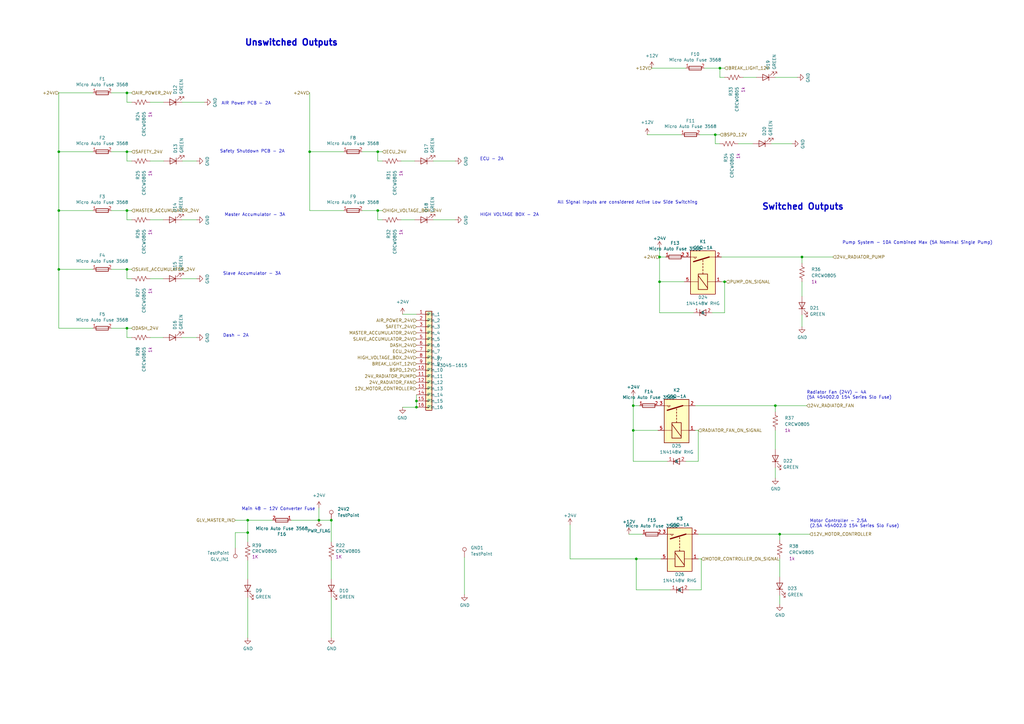
<source format=kicad_sch>
(kicad_sch (version 20231120) (generator "eeschema") (generator_version "8.0")
  (paper "A3")
  (lib_symbols
    (symbol "Connector:TestPoint" (pin_numbers hide) (pin_names (offset 0.762) hide)
      (property "Reference" "TP" (at 0 6.858 0))
      (property "Value" "TestPoint" (at 0 5.08 0))
      (symbol "TestPoint_1_1"
        (pin passive line (at 0 0 90) (length 2.54) (name "1") (number "1"))
      )
    )
    (symbol "GLV-rescue:CRCW0402-UniSA_Motorsport_Resistor" (pin_numbers hide) (pin_names (offset 0))
      (property "Reference" "R" (at 2.54 0 90))
      (property "Value" "CRCW0402-UniSA_Motorsport_Resistor" (at -2.54 0 90))
      (property "Resistance" "Give a E24 value" (at 5.08 0 90))
      (symbol "CRCW0402-UniSA_Motorsport_Resistor_1_1"
        (pin passive line (at 0 3.81 270) (length 1.27) (name "~") (number "1"))
        (pin passive line (at 0 -3.81 90) (length 1.27) (name "~") (number "2"))
      )
    )
    (symbol "Relay:G5Q-1A"
      (property "Reference" "K" (at 8.89 3.81 0))
      (property "Value" "G5Q-1A" (at 8.89 1.27 0))
      (symbol "G5Q-1A_1_1"
        (pin passive line (at -5.08 -7.62 90) (length 2.54) (name "~") (number "1"))
        (pin passive line (at 5.08 -7.62 90) (length 2.54) (name "~") (number "2"))
        (pin passive line (at 5.08 7.62 270) (length 2.54) (name "~") (number "3"))
        (pin passive line (at -5.08 7.62 270) (length 2.54) (name "~") (number "5"))
      )
    )
    (symbol "UniSA_Motorsport_Connector:43045-1615"
      (property "Reference" "J" (at 0 2.54 0))
      (property "Value" "43045-1615" (at 0 2.54 0))
      (symbol "43045-1615_1_1"
        (pin passive line (at -5.08 17.78 0) (length 3.81) (name "Pin_1") (number "1"))
        (pin passive line (at -5.08 -5.08 0) (length 3.81) (name "Pin_10") (number "10"))
        (pin passive line (at -5.08 -7.62 0) (length 3.81) (name "Pin_11") (number "11"))
        (pin passive line (at -5.08 -10.16 0) (length 3.81) (name "Pin_12") (number "12"))
        (pin passive line (at -5.08 -12.7 0) (length 3.81) (name "Pin_13") (number "13"))
        (pin passive line (at -5.08 -15.24 0) (length 3.81) (name "Pin_14") (number "14"))
        (pin passive line (at -5.08 -17.78 0) (length 3.81) (name "Pin_15") (number "15"))
        (pin passive line (at -5.08 -20.32 0) (length 3.81) (name "Pin_16") (number "16"))
        (pin passive line (at -5.08 15.24 0) (length 3.81) (name "Pin_2") (number "2"))
        (pin passive line (at -5.08 12.7 0) (length 3.81) (name "Pin_3") (number "3"))
        (pin passive line (at -5.08 10.16 0) (length 3.81) (name "Pin_4") (number "4"))
        (pin passive line (at -5.08 7.62 0) (length 3.81) (name "Pin_5") (number "5"))
        (pin passive line (at -5.08 5.08 0) (length 3.81) (name "Pin_6") (number "6"))
        (pin passive line (at -5.08 2.54 0) (length 3.81) (name "Pin_7") (number "7"))
        (pin passive line (at -5.08 0 0) (length 3.81) (name "Pin_8") (number "8"))
        (pin passive line (at -5.08 -2.54 0) (length 3.81) (name "Pin_9") (number "9"))
      )
    )
    (symbol "UniSA_Motorsport_Diode:1N4148W_RHG"
      (property "Reference" "D" (at 0 1.778 0))
      (property "Value" "1N4148W RHG" (at 0 -2.032 0))
      (symbol "1N4148W_RHG_1_1"
        (pin passive line (at -3.81 0 0) (length 2.54) (name "K") (number "1"))
        (pin passive line (at 3.81 0 180) (length 2.54) (name "A") (number "2"))
      )
    )
    (symbol "UniSA_Motorsport_Diode:LED_0805" (pin_numbers hide) (pin_names (offset 1.016) hide)
      (property "Reference" "D" (at 0 2.54 0))
      (property "Value" "LED_0805" (at 0 -3.81 0))
      (symbol "LED_0805_1_1"
        (pin passive line (at -3.81 0 0) (length 2.54) (name "K") (number "1"))
        (pin passive line (at 3.81 0 180) (length 2.54) (name "A") (number "2"))
      )
    )
    (symbol "UniSA_Motorsport_Others:015406.3DR" (pin_names (offset 1.016))
      (property "Reference" "F" (at 0 5.08 0))
      (property "Value" "015406.3DR" (at 0 2.54 0))
      (symbol "015406.3DR_1_1"
        (pin passive line (at -3.81 0 0) (length 1.27) (name "~") (number "1"))
        (pin passive line (at 3.81 0 180) (length 1.27) (name "~") (number "2"))
      )
    )
    (symbol "UniSA_Motorsport_Resistor:CRCW0402" (pin_numbers hide) (pin_names (offset 0))
      (property "Reference" "R" (at 2.54 0 90))
      (property "Value" "CRCW0402" (at -2.54 0 90))
      (property "Resistance" "Give a E24 value" (at 5.08 0 90))
      (symbol "CRCW0402_1_1"
        (pin passive line (at 0 3.81 270) (length 1.27) (name "~") (number "1"))
        (pin passive line (at 0 -3.81 90) (length 1.27) (name "~") (number "2"))
      )
    )
    (symbol "power:+12V" (power) (pin_names (offset 0))
      (property "Value" "+12V" (at 0 3.556 0))
      (symbol "+12V_1_1"
        (pin power_in line (at 0 0 90) (length 0) hide (name "+12V") (number "1"))
      )
    )
    (symbol "power:+24V" (power) (pin_names (offset 0))
      (property "Value" "+24V" (at 0 3.556 0))
      (symbol "+24V_1_1"
        (pin power_in line (at 0 0 90) (length 0) hide (name "+24V") (number "1"))
      )
    )
    (symbol "power:GND" (power) (pin_names (offset 0))
      (property "Value" "GND" (at 0 -3.81 0))
      (symbol "GND_1_1"
        (pin power_in line (at 0 0 270) (length 0) hide (name "GND") (number "1"))
      )
    )
    (symbol "power:PWR_FLAG" (power) (pin_numbers hide) (pin_names (offset 0) hide)
      (property "Value" "PWR_FLAG" (at 0 3.81 0))
      (symbol "PWR_FLAG_0_0"
        (pin power_out line (at 0 0 90) (length 0) (name "pwr") (number "1"))
      )
    )
  )
  (junction (at 328.93 105.41))
  (junction (at 295.275 27.94))
  (junction (at 259.715 176.53))
  (junction (at 24.13 110.49))
  (junction (at 260.985 229.235))
  (junction (at 52.07 134.62))
  (junction (at 319.786 219.075))
  (junction (at 101.6 218.44))
  (junction (at 130.81 213.36))
  (junction (at 52.07 110.49))
  (junction (at 52.07 62.23))
  (junction (at 297.18 115.57))
  (junction (at 52.07 38.1))
  (junction (at 135.89 213.36))
  (junction (at 24.13 86.36))
  (junction (at 24.13 62.23))
  (junction (at 259.715 166.37))
  (junction (at 170.815 167.005))
  (junction (at 270.51 105.41))
  (junction (at 127 62.23))
  (junction (at 101.6 213.36))
  (junction (at 270.51 115.57))
  (junction (at 154.94 86.36))
  (junction (at 154.94 62.23))
  (junction (at 293.37 55.245))
  (junction (at 52.07 86.36))
  (junction (at 170.815 164.465))
  (junction (at 318.008 166.37))
  (wire (pts (xy 259.715 162.56) (xy 259.715 166.37)))
  (wire (pts (xy 61.595 66.04) (xy 67.183 66.04)))
  (wire (pts (xy 24.13 38.1) (xy 38.1 38.1)))
  (wire (pts (xy 52.07 41.91) (xy 52.07 38.1)))
  (wire (pts (xy 52.07 62.23) (xy 53.975 62.23)))
  (wire (pts (xy 260.985 229.235) (xy 271.145 229.235)))
  (wire (pts (xy 52.07 90.17) (xy 52.07 86.36)))
  (wire (pts (xy 96.52 224.79) (xy 96.52 218.44)))
  (wire (pts (xy 45.72 38.1) (xy 52.07 38.1)))
  (wire (pts (xy 288.925 27.94) (xy 295.275 27.94)))
  (wire (pts (xy 170.815 164.465) (xy 170.815 167.005)))
  (wire (pts (xy 127 38.1) (xy 127 62.23)))
  (wire (pts (xy 148.59 86.36) (xy 154.94 86.36)))
  (wire (pts (xy 119.38 213.36) (xy 130.81 213.36)))
  (wire (pts (xy 154.94 62.23) (xy 156.845 62.23)))
  (wire (pts (xy 52.07 90.17) (xy 53.975 90.17)))
  (wire (pts (xy 282.575 241.935) (xy 287.655 241.935)))
  (wire (pts (xy 52.07 86.36) (xy 53.975 86.36)))
  (wire (pts (xy 318.008 176.53) (xy 318.008 184.277)))
  (wire (pts (xy 45.72 110.49) (xy 52.07 110.49)))
  (wire (pts (xy 154.94 66.04) (xy 154.94 62.23)))
  (wire (pts (xy 190.5 228.6) (xy 190.5 243.84)))
  (wire (pts (xy 295.148 58.928) (xy 293.37 58.928)))
  (wire (pts (xy 295.275 27.94) (xy 297.18 27.94)))
  (wire (pts (xy 286.385 189.23) (xy 286.385 176.53)))
  (wire (pts (xy 127 62.23) (xy 127 86.36)))
  (wire (pts (xy 61.595 114.3) (xy 66.929 114.3)))
  (wire (pts (xy 52.07 114.3) (xy 52.07 110.49)))
  (wire (pts (xy 259.715 166.37) (xy 262.255 166.37)))
  (wire (pts (xy 24.13 110.49) (xy 24.13 134.62)))
  (wire (pts (xy 96.52 218.44) (xy 101.6 218.44)))
  (wire (pts (xy 52.07 138.43) (xy 53.975 138.43)))
  (wire (pts (xy 297.815 115.57) (xy 297.18 115.57)))
  (wire (pts (xy 130.81 213.36) (xy 135.89 213.36)))
  (wire (pts (xy 292.1 128.27) (xy 297.18 128.27)))
  (wire (pts (xy 74.676 41.91) (xy 83.82 41.91)))
  (wire (pts (xy 74.549 138.43) (xy 80.645 138.43)))
  (wire (pts (xy 52.07 41.91) (xy 53.975 41.91)))
  (wire (pts (xy 156.845 66.04) (xy 154.94 66.04)))
  (wire (pts (xy 281.305 189.23) (xy 286.385 189.23)))
  (wire (pts (xy 319.786 219.075) (xy 332.105 219.075)))
  (wire (pts (xy 52.07 38.1) (xy 53.975 38.1)))
  (wire (pts (xy 135.89 245.11) (xy 135.89 261.62)))
  (wire (pts (xy 24.13 86.36) (xy 38.1 86.36)))
  (wire (pts (xy 52.07 114.3) (xy 53.975 114.3)))
  (wire (pts (xy 165.1 128.905) (xy 170.815 128.905)))
  (wire (pts (xy 61.595 90.17) (xy 66.929 90.17)))
  (wire (pts (xy 318.008 191.897) (xy 318.008 196.088)))
  (wire (pts (xy 101.6 213.36) (xy 101.6 218.44)))
  (wire (pts (xy 259.715 166.37) (xy 259.715 176.53)))
  (wire (pts (xy 24.13 62.23) (xy 38.1 62.23)))
  (wire (pts (xy 328.93 115.57) (xy 328.93 121.539)))
  (wire (pts (xy 293.37 55.245) (xy 295.275 55.245)))
  (wire (pts (xy 170.815 161.925) (xy 170.815 164.465)))
  (wire (pts (xy 269.875 176.53) (xy 259.715 176.53)))
  (wire (pts (xy 101.6 245.11) (xy 101.6 261.62)))
  (wire (pts (xy 177.673 66.04) (xy 186.69 66.04)))
  (wire (pts (xy 52.07 138.43) (xy 52.07 134.62)))
  (wire (pts (xy 61.595 41.91) (xy 67.056 41.91)))
  (wire (pts (xy 280.67 115.57) (xy 270.51 115.57)))
  (wire (pts (xy 45.72 62.23) (xy 52.07 62.23)))
  (wire (pts (xy 317.881 31.75) (xy 327.025 31.75)))
  (wire (pts (xy 286.385 176.53) (xy 285.115 176.53)))
  (wire (pts (xy 328.93 105.41) (xy 341.63 105.41)))
  (wire (pts (xy 297.18 115.57) (xy 295.91 115.57)))
  (wire (pts (xy 287.02 55.245) (xy 293.37 55.245)))
  (wire (pts (xy 328.93 129.159) (xy 328.93 133.985)))
  (wire (pts (xy 297.18 128.27) (xy 297.18 115.57)))
  (wire (pts (xy 74.549 90.17) (xy 80.645 90.17)))
  (wire (pts (xy 52.07 134.62) (xy 53.975 134.62)))
  (wire (pts (xy 316.357 58.928) (xy 324.866 58.928)))
  (wire (pts (xy 24.13 134.62) (xy 38.1 134.62)))
  (wire (pts (xy 74.803 66.04) (xy 80.645 66.04)))
  (wire (pts (xy 52.07 110.49) (xy 53.975 110.49)))
  (wire (pts (xy 286.385 219.075) (xy 319.786 219.075)))
  (wire (pts (xy 302.768 58.928) (xy 308.737 58.928)))
  (wire (pts (xy 274.955 241.935) (xy 260.985 241.935)))
  (wire (pts (xy 284.48 128.27) (xy 270.51 128.27)))
  (wire (pts (xy 270.51 128.27) (xy 270.51 115.57)))
  (wire (pts (xy 45.72 134.62) (xy 52.07 134.62)))
  (wire (pts (xy 52.07 66.04) (xy 52.07 62.23)))
  (wire (pts (xy 96.52 213.36) (xy 101.6 213.36)))
  (wire (pts (xy 135.89 213.36) (xy 135.89 222.25)))
  (wire (pts (xy 265.43 55.245) (xy 279.4 55.245)))
  (wire (pts (xy 270.51 101.6) (xy 270.51 105.41)))
  (wire (pts (xy 177.673 90.17) (xy 186.69 90.17)))
  (wire (pts (xy 61.595 138.43) (xy 66.929 138.43)))
  (wire (pts (xy 74.549 114.3) (xy 80.645 114.3)))
  (wire (pts (xy 257.937 219.075) (xy 263.525 219.075)))
  (wire (pts (xy 164.465 66.04) (xy 170.053 66.04)))
  (wire (pts (xy 24.13 110.49) (xy 38.1 110.49)))
  (wire (pts (xy 154.94 86.36) (xy 156.845 86.36)))
  (wire (pts (xy 260.985 241.935) (xy 260.985 229.235)))
  (wire (pts (xy 154.94 90.17) (xy 154.94 86.36)))
  (wire (pts (xy 270.51 105.41) (xy 273.05 105.41)))
  (wire (pts (xy 318.008 166.37) (xy 318.008 168.91)))
  (wire (pts (xy 101.6 229.87) (xy 101.6 237.49)))
  (wire (pts (xy 130.81 213.36) (xy 130.81 208.28)))
  (wire (pts (xy 285.115 166.37) (xy 318.008 166.37)))
  (wire (pts (xy 273.685 189.23) (xy 259.715 189.23)))
  (wire (pts (xy 24.13 62.23) (xy 24.13 86.36)))
  (wire (pts (xy 135.89 229.87) (xy 135.89 237.49)))
  (wire (pts (xy 127 86.36) (xy 140.97 86.36)))
  (wire (pts (xy 101.6 213.36) (xy 111.76 213.36)))
  (wire (pts (xy 127 62.23) (xy 140.97 62.23)))
  (wire (pts (xy 45.72 86.36) (xy 52.07 86.36)))
  (wire (pts (xy 295.91 105.41) (xy 328.93 105.41)))
  (wire (pts (xy 328.93 105.41) (xy 328.93 107.95)))
  (wire (pts (xy 24.13 38.1) (xy 24.13 62.23)))
  (wire (pts (xy 164.465 90.17) (xy 170.053 90.17)))
  (wire (pts (xy 156.845 90.17) (xy 154.94 90.17)))
  (wire (pts (xy 319.786 244.221) (xy 319.786 247.904)))
  (wire (pts (xy 297.18 31.75) (xy 295.275 31.75)))
  (wire (pts (xy 233.807 229.235) (xy 260.985 229.235)))
  (wire (pts (xy 318.008 166.37) (xy 330.835 166.37)))
  (wire (pts (xy 101.6 218.44) (xy 101.6 222.25)))
  (wire (pts (xy 259.715 189.23) (xy 259.715 176.53)))
  (wire (pts (xy 233.807 215.265) (xy 233.807 229.235)))
  (wire (pts (xy 319.786 219.075) (xy 319.786 221.488)))
  (wire (pts (xy 148.59 62.23) (xy 154.94 62.23)))
  (wire (pts (xy 295.275 31.75) (xy 295.275 27.94)))
  (wire (pts (xy 293.37 58.928) (xy 293.37 55.245)))
  (wire (pts (xy 24.13 86.36) (xy 24.13 110.49)))
  (wire (pts (xy 170.815 167.005) (xy 165.1 167.005)))
  (wire (pts (xy 287.655 229.235) (xy 286.385 229.235)))
  (wire (pts (xy 267.335 27.94) (xy 281.305 27.94)))
  (wire (pts (xy 270.51 105.41) (xy 270.51 115.57)))
  (wire (pts (xy 287.655 241.935) (xy 287.655 229.235)))
  (wire (pts (xy 52.07 66.04) (xy 53.975 66.04)))
  (wire (pts (xy 304.8 31.75) (xy 310.261 31.75)))
  (wire (pts (xy 319.786 229.108) (xy 319.786 236.601)))
  (text "ECU - 2A" (at 196.85 66.04 0) (effects (font (size 1.27 1.27)) (justify left bottom)))
  (text "Motor Controller - 2.5A\n(2.5A 454002.0 154 Series Slo Fuse)" (at 332.105 216.535 0) (effects (font (size 1.27 1.27)) (justify left bottom)))
  (text "Unswitched Outputs" (at 100.33 19.05 0) (effects (font (size 2.54 2.54) (thickness 0.508) (bold yes)) (justify left bottom)))
  (text "AIR Power PCB - 2A\n" (at 90.805 43.18 0) (effects (font (size 1.27 1.27)) (justify left bottom)))
  (text "Unswitched Outputs" (at 100.33 19.05 0) (effects (font (size 2.54 2.54) (thickness 0.508) (bold yes)) (justify left bottom)))
  (text "Safety Shutdown PCB - 2A\n" (at 90.17 62.865 0) (effects (font (size 1.27 1.27)) (justify left bottom)))
  (text "All Signal Inputs are considered Active Low Side Switching" (at 228.6 83.82 0) (effects (font (size 1.27 1.27)) (justify left bottom)))
  (text "HIGH VOLTAGE BOX - 2A\n" (at 196.85 88.9 0) (effects (font (size 1.27 1.27)) (justify left bottom)))
  (text "Radiator Fan (24V) - 4A\n(5A 454002.0 154 Series Slo Fuse)" (at 330.835 163.83 0) (effects (font (size 1.27 1.27)) (justify left bottom)))
  (text "Main 48 - 12V Converter Fuse" (at 99.06 209.55 0) (effects (font (size 1.27 1.27)) (justify left bottom)))
  (text "Dash - 2A" (at 91.44 138.43 0) (effects (font (size 1.27 1.27)) (justify left bottom)))
  (text "Master Accumulator - 3A" (at 92.075 88.9 0) (effects (font (size 1.27 1.27)) (justify left bottom)))
  (text "Switched Outputs" (at 312.42 86.36 0) (effects (font (size 2.54 2.54) (thickness 0.508) (bold yes)) (justify left bottom)))
  (text "Pump System - 10A Combined Max (5A Nominal Single Pump)" (at 345.44 100.33 0) (effects (font (size 1.27 1.27)) (justify left bottom)))
  (text "Slave Accumulator - 3A" (at 91.44 113.03 0) (effects (font (size 1.27 1.27)) (justify left bottom)))
  (hierarchical_label "SAFETY_24V" (shape input) (at 170.815 133.985 180))
  (hierarchical_label "PUMP_ON_SIGNAL" (shape input) (at 297.815 115.57 0))
  (hierarchical_label "DASH_24V" (shape input) (at 170.815 141.605 180))
  (hierarchical_label "12V_MOTOR_CONTROLLER" (shape input) (at 170.815 159.385 180))
  (hierarchical_label "GLV_MASTER_IN" (shape input) (at 96.52 213.36 180))
  (hierarchical_label "AIR_POWER_24V" (shape input) (at 170.815 131.445 180))
  (hierarchical_label "ECU_24V" (shape input) (at 156.845 62.23 0))
  (hierarchical_label "ECU_24V" (shape input) (at 170.815 144.145 180))
  (hierarchical_label "BSPD_12V" (shape input) (at 295.275 55.245 0))
  (hierarchical_label "AIR_POWER_24V" (shape input) (at 53.975 38.1 0))
  (hierarchical_label "HIGH_VOLTAGE_BOX_24V" (shape input) (at 156.845 86.36 0))
  (hierarchical_label "+12V" (shape input) (at 267.335 27.94 180))
  (hierarchical_label "DASH_24V" (shape input) (at 53.975 134.62 0))
  (hierarchical_label "MOTOR_CONTROLLER_ON_SIGNAL" (shape input) (at 287.655 229.235 0))
  (hierarchical_label "24V_RADIATOR_PUMP" (shape input) (at 341.63 105.41 0))
  (hierarchical_label "SLAVE_ACCUMULATOR_24V" (shape input) (at 53.975 110.49 0))
  (hierarchical_label "24V_RADIATOR_PUMP" (shape input) (at 170.815 154.305 180))
  (hierarchical_label "BREAK_LIGHT_12V" (shape input) (at 170.815 149.225 180))
  (hierarchical_label "+24V" (shape input) (at 24.13 38.1 180))
  (hierarchical_label "RADIATOR_FAN_ON_SIGNAL" (shape input) (at 286.385 176.53 0))
  (hierarchical_label "SLAVE_ACCUMULATOR_24V" (shape input) (at 170.815 139.065 180))
  (hierarchical_label "24V_RADIATOR_FAN" (shape input) (at 170.815 156.845 180))
  (hierarchical_label "SAFETY_24V" (shape input) (at 53.975 62.23 0))
  (hierarchical_label "BSPD_12V" (shape input) (at 170.815 151.765 180))
  (hierarchical_label "+24V" (shape input) (at 127 38.1 180))
  (hierarchical_label "BREAK_LIGHT_12V" (shape input) (at 297.18 27.94 0))
  (hierarchical_label "12V_MOTOR_CONTROLLER" (shape input) (at 332.105 219.075 0))
  (hierarchical_label "+24V" (shape input) (at 270.51 105.41 180))
  (hierarchical_label "MASTER_ACCUMULATOR_24V" (shape input) (at 170.815 136.525 180))
  (hierarchical_label "24V_RADIATOR_FAN" (shape input) (at 330.835 166.37 0))
  (hierarchical_label "HIGH_VOLTAGE_BOX_24V" (shape input) (at 170.815 146.685 180))
  (hierarchical_label "MASTER_ACCUMULATOR_24V" (shape input) (at 53.975 86.36 0))
  (symbol (lib_id "UniSA_Motorsport_Diode:LED_0805") (at 328.93 125.349 90) (unit 1)
    (property "Reference" "D21" (at 332.105 126.3142 90) (effects (justify right)))
    (property "Value" "GREEN" (at 332.105 128.8542 90) (effects (justify right)))
    (property "Footprint" "UniSA_Motorsport_Diode:0805" (effects (hide yes)))
    (property "Datasheet" "https://au.mouser.com/datasheet/2/109/Dialight_CBI_data_599-0805_Apr2018-1370606.pdf" (effects (hide yes)))
    (property "Color" "Red, Blue, Green, Orange, Yellow" (effects (hide yes)))
  )
  (symbol (lib_id "Connector:TestPoint") (at 135.89 213.36 0) (unit 1)
    (property "Reference" "24V2" (at 138.43 208.7879 0) (effects (justify left)))
    (property "Value" "TestPoint" (at 138.43 211.3279 0) (effects (justify left)))
    (property "Footprint" "TestPoint:TestPoint_Pad_D2.0mm" (effects (hide yes)))
    (instances (project "power_and_monotoring" (path "" (reference "24V2") (unit 1))) (project "FeatherBoard" (path "" (reference "TP1") (unit 1))))
  )
  (symbol (lib_id "UniSA_Motorsport_Diode:LED_0805") (at 319.786 240.411 90) (unit 1)
    (property "Reference" "D23" (at 322.961 241.3762 90) (effects (justify right)))
    (property "Value" "GREEN" (at 322.961 243.9162 90) (effects (justify right)))
    (property "Footprint" "UniSA_Motorsport_Diode:0805" (effects (hide yes)))
    (property "Datasheet" "https://au.mouser.com/datasheet/2/109/Dialight_CBI_data_599-0805_Apr2018-1370606.pdf" (effects (hide yes)))
    (property "Color" "Red, Blue, Green, Orange, Yellow" (effects (hide yes)))
  )
  (symbol (lib_id "power:GND") (at 80.645 114.3 90) (mirror x) (unit 1)
    (property "Reference" "#PWR078" (effects (hide yes)))
    (property "Value" "GND" (at 85.0392 114.427 0))
    (instances (project "power_and_monotoring" (path "" (reference "#PWR078") (unit 1))) (project "GLV" (path "" (reference "#PWR014") (unit 1))))
  )
  (symbol (lib_id "UniSA_Motorsport_Others:015406.3DR") (at 115.57 213.36 180) (unit 1)
    (property "Reference" "F16" (at 115.57 219.075 0))
    (property "Value" "Micro Auto Fuse 3568" (at 115.57 216.7636 0))
    (property "Footprint" "Fuse:Fuseholder_Blade_Mini_Keystone_3568" (effects (hide yes)))
    (property "Datasheet" "https://au.mouser.com/datasheet/2/240/Littelfuse_Fuse_154_154T_154L_154TL_Datasheet.pdf-365375.pdf" (effects (hide yes)))
    (property "Voltage Rating" "60V" (effects (hide yes)))
    (property "Current Rating" "10A" (effects (hide yes)))
    (instances (project "power_and_monotoring" (path "" (reference "F16") (unit 1))) (project "GLV" (path "" (reference "F1") (unit 1))))
  )
  (symbol (lib_id "power:GND") (at 186.69 90.17 90) (mirror x) (unit 1)
    (property "Reference" "#PWR083" (effects (hide yes)))
    (property "Value" "GND" (at 191.0842 90.297 0))
    (instances (project "power_and_monotoring" (path "" (reference "#PWR083") (unit 1))) (project "GLV" (path "" (reference "#PWR014") (unit 1))))
  )
  (symbol (lib_id "UniSA_Motorsport_Resistor:CRCW0402") (at 57.785 114.3 90) (mirror x) (unit 1)
    (property "Reference" "R27" (at 56.515 118.11 0) (effects (justify left)))
    (property "Value" "CRCW0805" (at 59.055 118.11 0) (effects (justify left)))
    (property "Footprint" "UniSA_Motorsport_Resistor:0805" (effects (hide yes)))
    (property "Datasheet" "https://au.mouser.com/datasheet/2/427/dcrcwe3-1762152.pdf" (effects (hide yes)))
    (property "Resistance" "1k" (at 61.595 118.11 0) (effects (justify left)))
    (property "Voltage Rating" "50V" (effects (hide yes)))
    (property "Power Rating" "63mW" (effects (hide yes)))
    (property "E24 Values" "http://www.ohmslawcalculator.com/e24-resistor-sizes" (effects (hide yes)))
    (instances (project "power_and_monotoring" (path "" (reference "R27") (unit 1))) (project "GLV" (path "" (reference "R8") (unit 1))))
  )
  (symbol (lib_id "UniSA_Motorsport_Resistor:CRCW0402") (at 160.655 66.04 90) (mirror x) (unit 1)
    (property "Reference" "R31" (at 159.385 69.85 0) (effects (justify left)))
    (property "Value" "CRCW0805" (at 161.925 69.85 0) (effects (justify left)))
    (property "Footprint" "UniSA_Motorsport_Resistor:0805" (effects (hide yes)))
    (property "Datasheet" "https://au.mouser.com/datasheet/2/427/dcrcwe3-1762152.pdf" (effects (hide yes)))
    (property "Resistance" "1k" (at 164.465 69.85 0) (effects (justify left)))
    (property "Voltage Rating" "50V" (effects (hide yes)))
    (property "Power Rating" "63mW" (effects (hide yes)))
    (property "E24 Values" "http://www.ohmslawcalculator.com/e24-resistor-sizes" (effects (hide yes)))
    (instances (project "power_and_monotoring" (path "" (reference "R31") (unit 1))) (project "GLV" (path "" (reference "R12") (unit 1))))
  )
  (symbol (lib_id "UniSA_Motorsport_Others:015406.3DR") (at 266.065 166.37 0) (unit 1)
    (property "Reference" "F14" (at 266.065 160.655 0))
    (property "Value" "Micro Auto Fuse 3568" (at 266.065 162.9664 0))
    (property "Footprint" "Fuse:Fuseholder_Blade_Mini_Keystone_3568" (effects (hide yes)))
    (property "Datasheet" "https://au.mouser.com/datasheet/2/240/Littelfuse_Fuse_154_154T_154L_154TL_Datasheet.pdf-365375.pdf" (effects (hide yes)))
    (property "Voltage Rating" "60V" (effects (hide yes)))
    (property "Current Rating" "10A" (effects (hide yes)))
    (instances (project "power_and_monotoring" (path "" (reference "F14") (unit 1))) (project "GLV" (path "" (reference "F3") (unit 1))))
  )
  (symbol (lib_id "power:GND") (at 190.5 243.84 0) (unit 1)
    (property "Reference" "#PWR094" (effects (hide yes)))
    (property "Value" "GND" (at 190.627 248.2342 0))
    (instances (project "power_and_monotoring" (path "" (reference "#PWR094") (unit 1))) (project "GLV" (path "" (reference "#PWR06") (unit 1))))
  )
  (symbol (lib_id "power:GND") (at 324.866 58.928 90) (mirror x) (unit 1)
    (property "Reference" "#PWR0108" (effects (hide yes)))
    (property "Value" "GND" (at 329.2602 59.055 0))
    (instances (project "power_and_monotoring" (path "" (reference "#PWR0108") (unit 1))) (project "GLV" (path "" (reference "#PWR014") (unit 1))))
  )
  (symbol (lib_id "UniSA_Motorsport_Connector:43045-1615") (at 175.895 146.685 0) (unit 1)
    (property "Reference" "J7" (at 179.07 147.32 0) (effects (justify left)))
    (property "Value" "43045-1615" (at 179.07 149.86 0) (effects (justify left)))
    (property "Footprint" "UniSA_Motorsport_Connector:MOLEX_43045-16YY_16PIN" (effects (hide yes)))
    (property "Datasheet" "https://au.mouser.com/ProductDetail/Molex/43045-1615?qs=pWIReIhcJCSTBMbL%2FYC1Mg%3D%3D" (effects (hide yes)))
  )
  (symbol (lib_id "power:GND") (at 318.008 196.088 0) (unit 1)
    (property "Reference" "#PWR091" (effects (hide yes)))
    (property "Value" "GND" (at 318.135 200.4822 0))
    (instances (project "power_and_monotoring" (path "" (reference "#PWR091") (unit 1))) (project "GLV" (path "" (reference "#PWR05") (unit 1))))
  )
  (symbol (lib_id "UniSA_Motorsport_Resistor:CRCW0402") (at 318.008 172.72 0) (unit 1)
    (property "Reference" "R37" (at 321.818 171.45 0) (effects (justify left)))
    (property "Value" "CRCW0805" (at 321.818 173.99 0) (effects (justify left)))
    (property "Footprint" "UniSA_Motorsport_Resistor:0805" (effects (hide yes)))
    (property "Datasheet" "https://au.mouser.com/datasheet/2/427/dcrcwe3-1762152.pdf" (effects (hide yes)))
    (property "Resistance" "1k" (at 321.818 176.53 0) (effects (justify left)))
    (property "Voltage Rating" "50V" (effects (hide yes)))
    (property "Power Rating" "63mW" (effects (hide yes)))
    (property "E24 Values" "http://www.ohmslawcalculator.com/e24-resistor-sizes" (effects (hide yes)))
    (instances (project "power_and_monotoring" (path "" (reference "R37") (unit 1))) (project "GLV" (path "" (reference "R3") (unit 1))))
  )
  (symbol (lib_id "UniSA_Motorsport_Others:015406.3DR") (at 41.91 38.1 0) (unit 1)
    (property "Reference" "F1" (at 41.91 32.385 0))
    (property "Value" "Micro Auto Fuse 3568" (at 41.91 34.6964 0))
    (property "Footprint" "Fuse:Fuseholder_Blade_Mini_Keystone_3568" (effects (hide yes)))
    (property "Datasheet" "https://au.mouser.com/datasheet/2/240/Littelfuse_Fuse_154_154T_154L_154TL_Datasheet.pdf-365375.pdf" (effects (hide yes)))
    (property "Voltage Rating" "60V" (effects (hide yes)))
    (property "Current Rating" "10A" (effects (hide yes)))
    (instances (project "power_and_monotoring" (path "" (reference "F1") (unit 1))) (project "GLV" (path "" (reference "F5") (unit 1))))
  )
  (symbol (lib_id "power:GND") (at 80.645 138.43 90) (mirror x) (unit 1)
    (property "Reference" "#PWR079" (effects (hide yes)))
    (property "Value" "GND" (at 85.0392 138.557 0))
    (instances (project "power_and_monotoring" (path "" (reference "#PWR079") (unit 1))) (project "GLV" (path "" (reference "#PWR014") (unit 1))))
  )
  (symbol (lib_id "UniSA_Motorsport_Others:015406.3DR") (at 41.91 86.36 0) (unit 1)
    (property "Reference" "F3" (at 41.91 80.645 0))
    (property "Value" "Micro Auto Fuse 3568" (at 41.91 82.9564 0))
    (property "Footprint" "Fuse:Fuseholder_Blade_Mini_Keystone_3568" (effects (hide yes)))
    (property "Datasheet" "https://au.mouser.com/datasheet/2/240/Littelfuse_Fuse_154_154T_154L_154TL_Datasheet.pdf-365375.pdf" (effects (hide yes)))
    (property "Voltage Rating" "60V" (effects (hide yes)))
    (property "Current Rating" "10A" (effects (hide yes)))
    (instances (project "power_and_monotoring" (path "" (reference "F3") (unit 1))) (project "GLV" (path "" (reference "F7") (unit 1))))
  )
  (symbol (lib_id "UniSA_Motorsport_Diode:LED_0805") (at 173.863 90.17 180) (unit 1)
    (property "Reference" "D18" (at 174.8282 86.995 90) (effects (justify right)))
    (property "Value" "GREEN" (at 177.3682 86.995 90) (effects (justify right)))
    (property "Footprint" "UniSA_Motorsport_Diode:0805" (effects (hide yes)))
    (property "Datasheet" "https://au.mouser.com/datasheet/2/109/Dialight_CBI_data_599-0805_Apr2018-1370606.pdf" (effects (hide yes)))
    (property "Color" "Red, Blue, Green, Orange, Yellow" (effects (hide yes)))
  )
  (symbol (lib_id "power:+24V") (at 130.81 208.28 0) (unit 1)
    (property "Reference" "#PWR095" (effects (hide yes)))
    (property "Value" "+24V" (at 130.81 203.2 0))
    (instances (project "power_and_monotoring" (path "" (reference "#PWR095") (unit 1))) (project "GLV" (path "" (reference "#PWR07") (unit 1))))
  )
  (symbol (lib_id "UniSA_Motorsport_Diode:1N4148W_RHG") (at 278.765 241.935 0) (unit 1)
    (property "Reference" "D26" (at 278.765 235.585 0))
    (property "Value" "1N4148W RHG" (at 278.765 238.125 0))
    (property "Footprint" "UniSA_Motorsport_Diode:SOD-123F-2" (effects (hide yes)))
    (property "Datasheet" "https://au.mouser.com/ProductDetail/Taiwan-Semiconductor/1N4148W-RHG?qs=KwaGCOX4wIag2YPLXylAvA%3D%3D" (effects (hide yes)))
    (property "Description" "Flyback diode" (effects (hide yes)))
  )
  (symbol (lib_id "UniSA_Motorsport_Diode:LED_0805") (at 314.071 31.75 180) (unit 1)
    (property "Reference" "D19" (at 315.0362 28.575 90) (effects (justify right)))
    (property "Value" "GREEN" (at 317.5762 28.575 90) (effects (justify right)))
    (property "Footprint" "UniSA_Motorsport_Diode:0805" (effects (hide yes)))
    (property "Datasheet" "https://au.mouser.com/datasheet/2/109/Dialight_CBI_data_599-0805_Apr2018-1370606.pdf" (effects (hide yes)))
    (property "Color" "Red, Blue, Green, Orange, Yellow" (effects (hide yes)))
  )
  (symbol (lib_id "UniSA_Motorsport_Others:015406.3DR") (at 144.78 62.23 0) (unit 1)
    (property "Reference" "F8" (at 144.78 56.515 0))
    (property "Value" "Micro Auto Fuse 3568" (at 144.78 58.8264 0))
    (property "Footprint" "Fuse:Fuseholder_Blade_Mini_Keystone_3568" (effects (hide yes)))
    (property "Datasheet" "https://au.mouser.com/datasheet/2/240/Littelfuse_Fuse_154_154T_154L_154TL_Datasheet.pdf-365375.pdf" (effects (hide yes)))
    (property "Voltage Rating" "60V" (effects (hide yes)))
    (property "Current Rating" "10A" (effects (hide yes)))
    (instances (project "power_and_monotoring" (path "" (reference "F8") (unit 1))) (project "GLV" (path "" (reference "F12") (unit 1))))
  )
  (symbol (lib_id "power:GND") (at 83.82 41.91 90) (mirror x) (unit 1)
    (property "Reference" "#PWR075" (effects (hide yes)))
    (property "Value" "GND" (at 88.2142 42.037 0))
    (instances (project "power_and_monotoring" (path "" (reference "#PWR075") (unit 1))) (project "GLV" (path "" (reference "#PWR014") (unit 1))))
  )
  (symbol (lib_id "UniSA_Motorsport_Diode:LED_0805") (at 70.739 90.17 180) (unit 1)
    (property "Reference" "D14" (at 71.7042 86.995 90) (effects (justify right)))
    (property "Value" "GREEN" (at 74.2442 86.995 90) (effects (justify right)))
    (property "Footprint" "UniSA_Motorsport_Diode:0805" (effects (hide yes)))
    (property "Datasheet" "https://au.mouser.com/datasheet/2/109/Dialight_CBI_data_599-0805_Apr2018-1370606.pdf" (effects (hide yes)))
    (property "Color" "Red, Blue, Green, Orange, Yellow" (effects (hide yes)))
  )
  (symbol (lib_id "UniSA_Motorsport_Others:015406.3DR") (at 276.86 105.41 0) (unit 1)
    (property "Reference" "F13" (at 276.86 99.695 0))
    (property "Value" "Micro Auto Fuse 3568" (at 276.86 102.0064 0))
    (property "Footprint" "Fuse:Fuseholder_Blade_Mini_Keystone_3568" (effects (hide yes)))
    (property "Datasheet" "https://au.mouser.com/datasheet/2/240/Littelfuse_Fuse_154_154T_154L_154TL_Datasheet.pdf-365375.pdf" (effects (hide yes)))
    (property "Voltage Rating" "60V" (effects (hide yes)))
    (property "Current Rating" "10A" (effects (hide yes)))
    (instances (project "power_and_monotoring" (path "" (reference "F13") (unit 1))) (project "GLV" (path "" (reference "F2") (unit 1))))
  )
  (symbol (lib_id "Relay:G5Q-1A") (at 277.495 171.45 90) (unit 1)
    (property "Reference" "K2" (at 277.495 160.02 90))
    (property "Value" "G5Q-1A" (at 277.495 162.56 90))
    (property "Footprint" "Relay_THT:Relay_SPST_Omron-G5Q-1A" (effects (hide yes)))
    (property "Datasheet" "https://www.omron.com/ecb/products/pdf/en-g5q.pdf" (effects (hide yes)))
  )
  (symbol (lib_id "UniSA_Motorsport_Resistor:CRCW0402") (at 57.785 138.43 90) (mirror x) (unit 1)
    (property "Reference" "R28" (at 56.515 142.24 0) (effects (justify left)))
    (property "Value" "CRCW0805" (at 59.055 142.24 0) (effects (justify left)))
    (property "Footprint" "UniSA_Motorsport_Resistor:0805" (effects (hide yes)))
    (property "Datasheet" "https://au.mouser.com/datasheet/2/427/dcrcwe3-1762152.pdf" (effects (hide yes)))
    (property "Resistance" "1k" (at 61.595 142.24 0) (effects (justify left)))
    (property "Voltage Rating" "50V" (effects (hide yes)))
    (property "Power Rating" "63mW" (effects (hide yes)))
    (property "E24 Values" "http://www.ohmslawcalculator.com/e24-resistor-sizes" (effects (hide yes)))
    (instances (project "power_and_monotoring" (path "" (reference "R28") (unit 1))) (project "GLV" (path "" (reference "R9") (unit 1))))
  )
  (symbol (lib_id "UniSA_Motorsport_Diode:LED_0805") (at 101.6 241.3 90) (unit 1)
    (property "Reference" "D9" (at 104.775 242.2652 90) (effects (justify right)))
    (property "Value" "GREEN" (at 104.775 244.8052 90) (effects (justify right)))
    (property "Footprint" "UniSA_Motorsport_Diode:0805" (effects (hide yes)))
    (property "Datasheet" "https://au.mouser.com/datasheet/2/109/Dialight_CBI_data_599-0805_Apr2018-1370606.pdf" (effects (hide yes)))
    (property "Color" "Red, Blue, Green, Orange, Yellow" (effects (hide yes)))
  )
  (symbol (lib_id "UniSA_Motorsport_Resistor:CRCW0402") (at 57.785 41.91 90) (mirror x) (unit 1)
    (property "Reference" "R24" (at 56.515 45.72 0) (effects (justify left)))
    (property "Value" "CRCW0805" (at 59.055 45.72 0) (effects (justify left)))
    (property "Footprint" "UniSA_Motorsport_Resistor:0805" (effects (hide yes)))
    (property "Datasheet" "https://au.mouser.com/datasheet/2/427/dcrcwe3-1762152.pdf" (effects (hide yes)))
    (property "Resistance" "1k" (at 61.595 45.72 0) (effects (justify left)))
    (property "Voltage Rating" "50V" (effects (hide yes)))
    (property "Power Rating" "63mW" (effects (hide yes)))
    (property "E24 Values" "http://www.ohmslawcalculator.com/e24-resistor-sizes" (effects (hide yes)))
    (instances (project "power_and_monotoring" (path "" (reference "R24") (unit 1))) (project "GLV" (path "" (reference "R5") (unit 1))))
  )
  (symbol (lib_id "power:+12V") (at 257.937 219.075 0) (unit 1)
    (property "Reference" "#PWR0106" (effects (hide yes)))
    (property "Value" "+12V" (at 257.937 213.995 0))
    (instances (project "power_and_monotoring" (path "" (reference "#PWR0106") (unit 1))) (project "BSPD" (path "" (reference "#PWR0109") (unit 1))))
  )
  (symbol (lib_id "UniSA_Motorsport_Resistor:CRCW0402") (at 160.655 90.17 90) (mirror x) (unit 1)
    (property "Reference" "R32" (at 159.385 93.98 0) (effects (justify left)))
    (property "Value" "CRCW0805" (at 161.925 93.98 0) (effects (justify left)))
    (property "Footprint" "UniSA_Motorsport_Resistor:0805" (effects (hide yes)))
    (property "Datasheet" "https://au.mouser.com/datasheet/2/427/dcrcwe3-1762152.pdf" (effects (hide yes)))
    (property "Resistance" "1k" (at 164.465 93.98 0) (effects (justify left)))
    (property "Voltage Rating" "50V" (effects (hide yes)))
    (property "Power Rating" "63mW" (effects (hide yes)))
    (property "E24 Values" "http://www.ohmslawcalculator.com/e24-resistor-sizes" (effects (hide yes)))
    (instances (project "power_and_monotoring" (path "" (reference "R32") (unit 1))) (project "GLV" (path "" (reference "R13") (unit 1))))
  )
  (symbol (lib_id "power:+24V") (at 165.1 128.905 0) (unit 1)
    (property "Reference" "#PWR013" (effects (hide yes)))
    (property "Value" "+24V" (at 165.1 123.825 0))
    (instances (project "power_and_monotoring" (path "" (reference "#PWR013") (unit 1))) (project "GLV" (path "" (reference "#PWR07") (unit 1))))
  )
  (symbol (lib_id "power:GND") (at 80.645 90.17 90) (mirror x) (unit 1)
    (property "Reference" "#PWR077" (effects (hide yes)))
    (property "Value" "GND" (at 85.0392 90.297 0))
    (instances (project "power_and_monotoring" (path "" (reference "#PWR077") (unit 1))) (project "GLV" (path "" (reference "#PWR014") (unit 1))))
  )
  (symbol (lib_id "Relay:G5Q-1A") (at 278.765 224.155 90) (unit 1)
    (property "Reference" "K3" (at 278.765 212.725 90))
    (property "Value" "G5Q-1A" (at 278.765 215.265 90))
    (property "Footprint" "Relay_THT:Relay_SPST_Omron-G5Q-1A" (effects (hide yes)))
    (property "Datasheet" "https://www.omron.com/ecb/products/pdf/en-g5q.pdf" (effects (hide yes)))
  )
  (symbol (lib_id "GLV-rescue:CRCW0402-UniSA_Motorsport_Resistor") (at 101.6 226.06 0) (unit 1)
    (property "Reference" "R39" (at 103.3272 223.7486 0) (effects (justify left)))
    (property "Value" "CRCW0805" (at 103.3272 226.06 0) (effects (justify left)))
    (property "Footprint" "UniSA_Motorsport_Resistor:0805" (effects (hide yes)))
    (property "Datasheet" "https://au.mouser.com/datasheet/2/427/dcrcwe3-1762152.pdf" (effects (hide yes)))
    (property "Resistance" "1K" (at 103.3272 228.3714 0) (effects (justify left)))
    (property "Voltage Rating" "50V" (effects (hide yes)))
    (property "Power Rating" "63mW" (effects (hide yes)))
    (property "E24 Values" "http://www.ohmslawcalculator.com/e24-resistor-sizes" (effects (hide yes)))
    (instances (project "power_and_monotoring" (path "" (reference "R39") (unit 1))) (project "GLV" (path "" (reference "R1") (unit 1))))
  )
  (symbol (lib_id "power:GND") (at 319.786 247.904 0) (unit 1)
    (property "Reference" "#PWR090" (effects (hide yes)))
    (property "Value" "GND" (at 319.913 252.2982 0))
    (instances (project "power_and_monotoring" (path "" (reference "#PWR090") (unit 1))) (project "GLV" (path "" (reference "#PWR05") (unit 1))))
  )
  (symbol (lib_id "power:GND") (at 135.89 261.62 0) (unit 1)
    (property "Reference" "#PWR010" (effects (hide yes)))
    (property "Value" "GND" (at 136.017 266.0142 0))
    (instances (project "power_and_monotoring" (path "" (reference "#PWR010") (unit 1))) (project "GLV" (path "" (reference "#PWR05") (unit 1))))
  )
  (symbol (lib_id "power:GND") (at 327.025 31.75 90) (mirror x) (unit 1)
    (property "Reference" "#PWR084" (effects (hide yes)))
    (property "Value" "GND" (at 331.4192 31.877 0))
    (instances (project "power_and_monotoring" (path "" (reference "#PWR084") (unit 1))) (project "GLV" (path "" (reference "#PWR014") (unit 1))))
  )
  (symbol (lib_id "UniSA_Motorsport_Others:015406.3DR") (at 267.335 219.075 0) (unit 1)
    (property "Reference" "F15" (at 267.335 213.36 0))
    (property "Value" "Micro Auto Fuse 3568" (at 267.335 215.6714 0))
    (property "Footprint" "Fuse:Fuseholder_Blade_Mini_Keystone_3568" (effects (hide yes)))
    (property "Datasheet" "https://au.mouser.com/datasheet/2/240/Littelfuse_Fuse_154_154T_154L_154TL_Datasheet.pdf-365375.pdf" (effects (hide yes)))
    (property "Voltage Rating" "60V" (effects (hide yes)))
    (property "Current Rating" "10A" (effects (hide yes)))
    (instances (project "power_and_monotoring" (path "" (reference "F15") (unit 1))) (project "GLV" (path "" (reference "F4") (unit 1))))
  )
  (symbol (lib_id "UniSA_Motorsport_Resistor:CRCW0402") (at 328.93 111.76 0) (unit 1)
    (property "Reference" "R36" (at 332.74 110.49 0) (effects (justify left)))
    (property "Value" "CRCW0805" (at 332.74 113.03 0) (effects (justify left)))
    (property "Footprint" "UniSA_Motorsport_Resistor:0805" (effects (hide yes)))
    (property "Datasheet" "https://au.mouser.com/datasheet/2/427/dcrcwe3-1762152.pdf" (effects (hide yes)))
    (property "Resistance" "1k" (at 332.74 115.57 0) (effects (justify left)))
    (property "Voltage Rating" "50V" (effects (hide yes)))
    (property "Power Rating" "63mW" (effects (hide yes)))
    (property "E24 Values" "http://www.ohmslawcalculator.com/e24-resistor-sizes" (effects (hide yes)))
    (instances (project "power_and_monotoring" (path "" (reference "R36") (unit 1))) (project "GLV" (path "" (reference "R2") (unit 1))))
  )
  (symbol (lib_id "power:+24V") (at 233.807 215.265 0) (unit 1)
    (property "Reference" "#PWR087" (effects (hide yes)))
    (property "Value" "+24V" (at 233.807 211.455 0))
    (instances (project "power_and_monotoring" (path "" (reference "#PWR087") (unit 1))) (project "GLV" (path "" (reference "#PWR08") (unit 1))))
  )
  (symbol (lib_id "UniSA_Motorsport_Others:015406.3DR") (at 41.91 110.49 0) (unit 1)
    (property "Reference" "F4" (at 41.91 104.775 0))
    (property "Value" "Micro Auto Fuse 3568" (at 41.91 107.0864 0))
    (property "Footprint" "Fuse:Fuseholder_Blade_Mini_Keystone_3568" (effects (hide yes)))
    (property "Datasheet" "https://au.mouser.com/datasheet/2/240/Littelfuse_Fuse_154_154T_154L_154TL_Datasheet.pdf-365375.pdf" (effects (hide yes)))
    (property "Voltage Rating" "60V" (effects (hide yes)))
    (property "Current Rating" "10A" (effects (hide yes)))
    (instances (project "power_and_monotoring" (path "" (reference "F4") (unit 1))) (project "GLV" (path "" (reference "F8") (unit 1))))
  )
  (symbol (lib_id "UniSA_Motorsport_Diode:LED_0805") (at 173.863 66.04 180) (unit 1)
    (property "Reference" "D17" (at 174.8282 62.865 90) (effects (justify right)))
    (property "Value" "GREEN" (at 177.3682 62.865 90) (effects (justify right)))
    (property "Footprint" "UniSA_Motorsport_Diode:0805" (effects (hide yes)))
    (property "Datasheet" "https://au.mouser.com/datasheet/2/109/Dialight_CBI_data_599-0805_Apr2018-1370606.pdf" (effects (hide yes)))
    (property "Color" "Red, Blue, Green, Orange, Yellow" (effects (hide yes)))
  )
  (symbol (lib_id "GLV-rescue:CRCW0402-UniSA_Motorsport_Resistor") (at 135.89 226.06 0) (unit 1)
    (property "Reference" "R22" (at 137.6172 223.7486 0) (effects (justify left)))
    (property "Value" "CRCW0805" (at 137.6172 226.06 0) (effects (justify left)))
    (property "Footprint" "UniSA_Motorsport_Resistor:0805" (effects (hide yes)))
    (property "Datasheet" "https://au.mouser.com/datasheet/2/427/dcrcwe3-1762152.pdf" (effects (hide yes)))
    (property "Resistance" "1K" (at 137.6172 228.3714 0) (effects (justify left)))
    (property "Voltage Rating" "50V" (effects (hide yes)))
    (property "Power Rating" "63mW" (effects (hide yes)))
    (property "E24 Values" "http://www.ohmslawcalculator.com/e24-resistor-sizes" (effects (hide yes)))
    (instances (project "power_and_monotoring" (path "" (reference "R22") (unit 1))) (project "GLV" (path "" (reference "R1") (unit 1))))
  )
  (symbol (lib_id "UniSA_Motorsport_Diode:LED_0805") (at 70.739 114.3 180) (unit 1)
    (property "Reference" "D15" (at 71.7042 111.125 90) (effects (justify right)))
    (property "Value" "GREEN" (at 74.2442 111.125 90) (effects (justify right)))
    (property "Footprint" "UniSA_Motorsport_Diode:0805" (effects (hide yes)))
    (property "Datasheet" "https://au.mouser.com/datasheet/2/109/Dialight_CBI_data_599-0805_Apr2018-1370606.pdf" (effects (hide yes)))
    (property "Color" "Red, Blue, Green, Orange, Yellow" (effects (hide yes)))
  )
  (symbol (lib_id "power:GND") (at 186.69 66.04 90) (mirror x) (unit 1)
    (property "Reference" "#PWR082" (effects (hide yes)))
    (property "Value" "GND" (at 191.0842 66.167 0))
    (instances (project "power_and_monotoring" (path "" (reference "#PWR082") (unit 1))) (project "GLV" (path "" (reference "#PWR014") (unit 1))))
  )
  (symbol (lib_id "UniSA_Motorsport_Others:015406.3DR") (at 285.115 27.94 0) (unit 1)
    (property "Reference" "F10" (at 285.115 22.225 0))
    (property "Value" "Micro Auto Fuse 3568" (at 285.115 24.5364 0))
    (property "Footprint" "Fuse:Fuseholder_Blade_Mini_Keystone_3568" (effects (hide yes)))
    (property "Datasheet" "https://au.mouser.com/datasheet/2/240/Littelfuse_Fuse_154_154T_154L_154TL_Datasheet.pdf-365375.pdf" (effects (hide yes)))
    (property "Voltage Rating" "60V" (effects (hide yes)))
    (property "Current Rating" "10A" (effects (hide yes)))
    (instances (project "power_and_monotoring" (path "" (reference "F10") (unit 1))) (project "GLV" (path "" (reference "F16") (unit 1))))
  )
  (symbol (lib_id "UniSA_Motorsport_Resistor:CRCW0402") (at 319.786 225.298 0) (unit 1)
    (property "Reference" "R38" (at 323.596 224.028 0) (effects (justify left)))
    (property "Value" "CRCW0805" (at 323.596 226.568 0) (effects (justify left)))
    (property "Footprint" "UniSA_Motorsport_Resistor:0805" (effects (hide yes)))
    (property "Datasheet" "https://au.mouser.com/datasheet/2/427/dcrcwe3-1762152.pdf" (effects (hide yes)))
    (property "Resistance" "1k" (at 323.596 229.108 0) (effects (justify left)))
    (property "Voltage Rating" "50V" (effects (hide yes)))
    (property "Power Rating" "63mW" (effects (hide yes)))
    (property "E24 Values" "http://www.ohmslawcalculator.com/e24-resistor-sizes" (effects (hide yes)))
    (instances (project "power_and_monotoring" (path "" (reference "R38") (unit 1))) (project "GLV" (path "" (reference "R4") (unit 1))))
  )
  (symbol (lib_id "UniSA_Motorsport_Others:015406.3DR") (at 283.21 55.245 0) (unit 1)
    (property "Reference" "F11" (at 283.21 49.53 0))
    (property "Value" "Micro Auto Fuse 3568" (at 283.21 51.8414 0))
    (property "Footprint" "Fuse:Fuseholder_Blade_Mini_Keystone_3568" (effects (hide yes)))
    (property "Datasheet" "https://au.mouser.com/datasheet/2/240/Littelfuse_Fuse_154_154T_154L_154TL_Datasheet.pdf-365375.pdf" (effects (hide yes)))
    (property "Voltage Rating" "60V" (effects (hide yes)))
    (property "Current Rating" "10A" (effects (hide yes)))
    (instances (project "power_and_monotoring" (path "" (reference "F11") (unit 1))) (project "GLV" (path "" (reference "F16") (unit 1))))
  )
  (symbol (lib_id "power:+24V") (at 259.715 162.56 0) (unit 1)
    (property "Reference" "#PWR089" (effects (hide yes)))
    (property "Value" "+24V" (at 259.715 158.75 0))
    (instances (project "power_and_monotoring" (path "" (reference "#PWR089") (unit 1))) (project "GLV" (path "" (reference "#PWR010") (unit 1))))
  )
  (symbol (lib_id "UniSA_Motorsport_Resistor:CRCW0402") (at 57.785 66.04 90) (mirror x) (unit 1)
    (property "Reference" "R25" (at 56.515 69.85 0) (effects (justify left)))
    (property "Value" "CRCW0805" (at 59.055 69.85 0) (effects (justify left)))
    (property "Footprint" "UniSA_Motorsport_Resistor:0805" (effects (hide yes)))
    (property "Datasheet" "https://au.mouser.com/datasheet/2/427/dcrcwe3-1762152.pdf" (effects (hide yes)))
    (property "Resistance" "1k" (at 61.595 69.85 0) (effects (justify left)))
    (property "Voltage Rating" "50V" (effects (hide yes)))
    (property "Power Rating" "63mW" (effects (hide yes)))
    (property "E24 Values" "http://www.ohmslawcalculator.com/e24-resistor-sizes" (effects (hide yes)))
    (instances (project "power_and_monotoring" (path "" (reference "R25") (unit 1))) (project "GLV" (path "" (reference "R6") (unit 1))))
  )
  (symbol (lib_id "UniSA_Motorsport_Diode:LED_0805") (at 135.89 241.3 90) (unit 1)
    (property "Reference" "D10" (at 139.065 242.2652 90) (effects (justify right)))
    (property "Value" "GREEN" (at 139.065 244.8052 90) (effects (justify right)))
    (property "Footprint" "UniSA_Motorsport_Diode:0805" (effects (hide yes)))
    (property "Datasheet" "https://au.mouser.com/datasheet/2/109/Dialight_CBI_data_599-0805_Apr2018-1370606.pdf" (effects (hide yes)))
    (property "Color" "Red, Blue, Green, Orange, Yellow" (effects (hide yes)))
  )
  (symbol (lib_id "UniSA_Motorsport_Others:015406.3DR") (at 41.91 134.62 0) (unit 1)
    (property "Reference" "F5" (at 41.91 128.905 0))
    (property "Value" "Micro Auto Fuse 3568" (at 41.91 131.2164 0))
    (property "Footprint" "Fuse:Fuseholder_Blade_Mini_Keystone_3568" (effects (hide yes)))
    (property "Datasheet" "https://au.mouser.com/datasheet/2/240/Littelfuse_Fuse_154_154T_154L_154TL_Datasheet.pdf-365375.pdf" (effects (hide yes)))
    (property "Voltage Rating" "60V" (effects (hide yes)))
    (property "Current Rating" "10A" (effects (hide yes)))
    (instances (project "power_and_monotoring" (path "" (reference "F5") (unit 1))) (project "GLV" (path "" (reference "F9") (unit 1))))
  )
  (symbol (lib_id "power:PWR_FLAG") (at 130.81 213.36 180) (unit 1)
    (property "Reference" "#FLG04" (effects (hide yes)))
    (property "Value" "PWR_FLAG" (at 130.81 217.7542 0))
    (instances (project "power_and_monotoring" (path "" (reference "#FLG04") (unit 1))) (project "BSPD" (path "" (reference "#FLG0101") (unit 1))))
  )
  (symbol (lib_id "power:+12V") (at 265.43 55.245 0) (unit 1)
    (property "Reference" "#PWR0107" (effects (hide yes)))
    (property "Value" "+12V" (at 265.43 50.165 0))
    (instances (project "power_and_monotoring" (path "" (reference "#PWR0107") (unit 1))) (project "BSPD" (path "" (reference "#PWR0109") (unit 1))))
  )
  (symbol (lib_id "Connector:TestPoint") (at 190.5 228.6 0) (mirror y) (unit 1)
    (property "Reference" "GND1" (at 193.04 224.663 0) (effects (justify right)))
    (property "Value" "TestPoint" (at 193.04 227.203 0) (effects (justify right)))
    (property "Footprint" "TestPoint:TestPoint_Pad_D2.0mm" (effects (hide yes)))
    (instances (project "power_and_monotoring" (path "" (reference "GND1") (unit 1))) (project "FeatherBoard" (path "" (reference "TP1") (unit 1))))
  )
  (symbol (lib_id "UniSA_Motorsport_Diode:LED_0805") (at 70.739 138.43 180) (unit 1)
    (property "Reference" "D16" (at 71.7042 135.255 90) (effects (justify right)))
    (property "Value" "GREEN" (at 74.2442 135.255 90) (effects (justify right)))
    (property "Footprint" "UniSA_Motorsport_Diode:0805" (effects (hide yes)))
    (property "Datasheet" "https://au.mouser.com/datasheet/2/109/Dialight_CBI_data_599-0805_Apr2018-1370606.pdf" (effects (hide yes)))
    (property "Color" "Red, Blue, Green, Orange, Yellow" (effects (hide yes)))
  )
  (symbol (lib_id "UniSA_Motorsport_Diode:1N4148W_RHG") (at 288.29 128.27 0) (unit 1)
    (property "Reference" "D24" (at 288.29 121.92 0))
    (property "Value" "1N4148W RHG" (at 288.29 124.46 0))
    (property "Footprint" "UniSA_Motorsport_Diode:SOD-123F-2" (effects (hide yes)))
    (property "Datasheet" "https://au.mouser.com/ProductDetail/Taiwan-Semiconductor/1N4148W-RHG?qs=KwaGCOX4wIag2YPLXylAvA%3D%3D" (effects (hide yes)))
    (property "Description" "Flyback diode" (effects (hide yes)))
  )
  (symbol (lib_id "power:GND") (at 328.93 133.985 0) (unit 1)
    (property "Reference" "#PWR092" (effects (hide yes)))
    (property "Value" "GND" (at 329.057 138.3792 0))
    (instances (project "power_and_monotoring" (path "" (reference "#PWR092") (unit 1))) (project "GLV" (path "" (reference "#PWR05") (unit 1))))
  )
  (symbol (lib_id "power:+12V") (at 267.335 27.94 0) (unit 1)
    (property "Reference" "#PWR086" (effects (hide yes)))
    (property "Value" "+12V" (at 267.335 22.86 0))
    (instances (project "power_and_monotoring" (path "" (reference "#PWR086") (unit 1))) (project "BSPD" (path "" (reference "#PWR0109") (unit 1))))
  )
  (symbol (lib_id "UniSA_Motorsport_Diode:LED_0805") (at 318.008 188.087 90) (unit 1)
    (property "Reference" "D22" (at 321.183 189.0522 90) (effects (justify right)))
    (property "Value" "GREEN" (at 321.183 191.5922 90) (effects (justify right)))
    (property "Footprint" "UniSA_Motorsport_Diode:0805" (effects (hide yes)))
    (property "Datasheet" "https://au.mouser.com/datasheet/2/109/Dialight_CBI_data_599-0805_Apr2018-1370606.pdf" (effects (hide yes)))
    (property "Color" "Red, Blue, Green, Orange, Yellow" (effects (hide yes)))
  )
  (symbol (lib_id "UniSA_Motorsport_Resistor:CRCW0402") (at 298.958 58.928 90) (mirror x) (unit 1)
    (property "Reference" "R34" (at 297.688 62.738 0) (effects (justify left)))
    (property "Value" "CRCW0805" (at 300.228 62.738 0) (effects (justify left)))
    (property "Footprint" "UniSA_Motorsport_Resistor:0805" (effects (hide yes)))
    (property "Datasheet" "https://au.mouser.com/datasheet/2/427/dcrcwe3-1762152.pdf" (effects (hide yes)))
    (property "Resistance" "1k" (at 302.768 62.738 0) (effects (justify left)))
    (property "Voltage Rating" "50V" (effects (hide yes)))
    (property "Power Rating" "63mW" (effects (hide yes)))
    (property "E24 Values" "http://www.ohmslawcalculator.com/e24-resistor-sizes" (effects (hide yes)))
    (instances (project "power_and_monotoring" (path "" (reference "R34") (unit 1))) (project "GLV" (path "" (reference "R16") (unit 1))))
  )
  (symbol (lib_id "UniSA_Motorsport_Resistor:CRCW0402") (at 57.785 90.17 90) (mirror x) (unit 1)
    (property "Reference" "R26" (at 56.515 93.98 0) (effects (justify left)))
    (property "Value" "CRCW0805" (at 59.055 93.98 0) (effects (justify left)))
    (property "Footprint" "UniSA_Motorsport_Resistor:0805" (effects (hide yes)))
    (property "Datasheet" "https://au.mouser.com/datasheet/2/427/dcrcwe3-1762152.pdf" (effects (hide yes)))
    (property "Resistance" "1k" (at 61.595 93.98 0) (effects (justify left)))
    (property "Voltage Rating" "50V" (effects (hide yes)))
    (property "Power Rating" "63mW" (effects (hide yes)))
    (property "E24 Values" "http://www.ohmslawcalculator.com/e24-resistor-sizes" (effects (hide yes)))
    (instances (project "power_and_monotoring" (path "" (reference "R26") (unit 1))) (project "GLV" (path "" (reference "R7") (unit 1))))
  )
  (symbol (lib_id "power:GND") (at 101.6 261.62 0) (unit 1)
    (property "Reference" "#PWR093" (effects (hide yes)))
    (property "Value" "GND" (at 101.727 266.0142 0))
    (instances (project "power_and_monotoring" (path "" (reference "#PWR093") (unit 1))) (project "GLV" (path "" (reference "#PWR05") (unit 1))))
  )
  (symbol (lib_id "Relay:G5Q-1A") (at 288.29 110.49 90) (unit 1)
    (property "Reference" "K1" (at 288.29 99.06 90))
    (property "Value" "G5Q-1A" (at 288.29 101.6 90))
    (property "Footprint" "Relay_THT:Relay_SPST_Omron-G5Q-1A" (effects (hide yes)))
    (property "Datasheet" "https://www.omron.com/ecb/products/pdf/en-g5q.pdf" (effects (hide yes)))
  )
  (symbol (lib_id "power:+24V") (at 270.51 101.6 0) (unit 1)
    (property "Reference" "#PWR088" (effects (hide yes)))
    (property "Value" "+24V" (at 270.51 97.79 0))
    (instances (project "power_and_monotoring" (path "" (reference "#PWR088") (unit 1))) (project "GLV" (path "" (reference "#PWR09") (unit 1))))
  )
  (symbol (lib_id "UniSA_Motorsport_Diode:1N4148W_RHG") (at 277.495 189.23 0) (unit 1)
    (property "Reference" "D25" (at 277.495 182.88 0))
    (property "Value" "1N4148W RHG" (at 277.495 185.42 0))
    (property "Footprint" "UniSA_Motorsport_Diode:SOD-123F-2" (effects (hide yes)))
    (property "Datasheet" "https://au.mouser.com/ProductDetail/Taiwan-Semiconductor/1N4148W-RHG?qs=KwaGCOX4wIag2YPLXylAvA%3D%3D" (effects (hide yes)))
    (property "Description" "Flyback diode" (effects (hide yes)))
  )
  (symbol (lib_id "power:GND") (at 80.645 66.04 90) (mirror x) (unit 1)
    (property "Reference" "#PWR076" (effects (hide yes)))
    (property "Value" "GND" (at 85.0392 66.167 0))
    (instances (project "power_and_monotoring" (path "" (reference "#PWR076") (unit 1))) (project "GLV" (path "" (reference "#PWR014") (unit 1))))
  )
  (symbol (lib_id "UniSA_Motorsport_Others:015406.3DR") (at 41.91 62.23 0) (unit 1)
    (property "Reference" "F2" (at 41.91 56.515 0))
    (property "Value" "Micro Auto Fuse 3568" (at 41.91 58.8264 0))
    (property "Footprint" "Fuse:Fuseholder_Blade_Mini_Keystone_3568" (effects (hide yes)))
    (property "Datasheet" "https://au.mouser.com/datasheet/2/240/Littelfuse_Fuse_154_154T_154L_154TL_Datasheet.pdf-365375.pdf" (effects (hide yes)))
    (property "Voltage Rating" "60V" (effects (hide yes)))
    (property "Current Rating" "10A" (effects (hide yes)))
    (instances (project "power_and_monotoring" (path "" (reference "F2") (unit 1))) (project "GLV" (path "" (reference "F6") (unit 1))))
  )
  (symbol (lib_id "power:GND") (at 165.1 167.005 0) (mirror y) (unit 1)
    (property "Reference" "#PWR014" (effects (hide yes)))
    (property "Value" "GND" (at 164.973 171.3992 0))
  )
  (symbol (lib_id "UniSA_Motorsport_Diode:LED_0805") (at 312.547 58.928 180) (unit 1)
    (property "Reference" "D20" (at 313.5122 55.753 90) (effects (justify right)))
    (property "Value" "GREEN" (at 316.0522 55.753 90) (effects (justify right)))
    (property "Footprint" "UniSA_Motorsport_Diode:0805" (effects (hide yes)))
    (property "Datasheet" "https://au.mouser.com/datasheet/2/109/Dialight_CBI_data_599-0805_Apr2018-1370606.pdf" (effects (hide yes)))
    (property "Color" "Red, Blue, Green, Orange, Yellow" (effects (hide yes)))
  )
  (symbol (lib_id "Connector:TestPoint") (at 96.52 224.79 180) (unit 1)
    (property "Reference" "GLV_IN1" (at 93.98 229.3621 0) (effects (justify left)))
    (property "Value" "TestPoint" (at 93.98 226.8221 0) (effects (justify left)))
    (property "Footprint" "TestPoint:TestPoint_Pad_D2.0mm" (effects (hide yes)))
    (instances (project "power_and_monotoring" (path "" (reference "GLV_IN1") (unit 1))) (project "FeatherBoard" (path "" (reference "TP1") (unit 1))))
  )
  (symbol (lib_id "UniSA_Motorsport_Diode:LED_0805") (at 70.993 66.04 180) (unit 1)
    (property "Reference" "D13" (at 71.9582 62.865 90) (effects (justify right)))
    (property "Value" "GREEN" (at 74.4982 62.865 90) (effects (justify right)))
    (property "Footprint" "UniSA_Motorsport_Diode:0805" (effects (hide yes)))
    (property "Datasheet" "https://au.mouser.com/datasheet/2/109/Dialight_CBI_data_599-0805_Apr2018-1370606.pdf" (effects (hide yes)))
    (property "Color" "Red, Blue, Green, Orange, Yellow" (effects (hide yes)))
  )
  (symbol (lib_id "UniSA_Motorsport_Resistor:CRCW0402") (at 300.99 31.75 90) (mirror x) (unit 1)
    (property "Reference" "R33" (at 299.72 35.56 0) (effects (justify left)))
    (property "Value" "CRCW0805" (at 302.26 35.56 0) (effects (justify left)))
    (property "Footprint" "UniSA_Motorsport_Resistor:0805" (effects (hide yes)))
    (property "Datasheet" "https://au.mouser.com/datasheet/2/427/dcrcwe3-1762152.pdf" (effects (hide yes)))
    (property "Resistance" "1k" (at 304.8 35.56 0) (effects (justify left)))
    (property "Voltage Rating" "50V" (effects (hide yes)))
    (property "Power Rating" "63mW" (effects (hide yes)))
    (property "E24 Values" "http://www.ohmslawcalculator.com/e24-resistor-sizes" (effects (hide yes)))
    (instances (project "power_and_monotoring" (path "" (reference "R33") (unit 1))) (project "GLV" (path "" (reference "R16") (unit 1))))
  )
  (symbol (lib_id "UniSA_Motorsport_Diode:LED_0805") (at 70.866 41.91 180) (unit 1)
    (property "Reference" "D12" (at 71.8312 38.735 90) (effects (justify right)))
    (property "Value" "GREEN" (at 74.3712 38.735 90) (effects (justify right)))
    (property "Footprint" "UniSA_Motorsport_Diode:0805" (effects (hide yes)))
    (property "Datasheet" "https://au.mouser.com/datasheet/2/109/Dialight_CBI_data_599-0805_Apr2018-1370606.pdf" (effects (hide yes)))
    (property "Color" "Red, Blue, Green, Orange, Yellow" (effects (hide yes)))
  )
  (symbol (lib_id "UniSA_Motorsport_Others:015406.3DR") (at 144.78 86.36 0) (unit 1)
    (property "Reference" "F9" (at 144.78 80.645 0))
    (property "Value" "Micro Auto Fuse 3568" (at 144.78 82.9564 0))
    (property "Footprint" "Fuse:Fuseholder_Blade_Mini_Keystone_3568" (effects (hide yes)))
    (property "Datasheet" "https://au.mouser.com/datasheet/2/240/Littelfuse_Fuse_154_154T_154L_154TL_Datasheet.pdf-365375.pdf" (effects (hide yes)))
    (property "Voltage Rating" "60V" (effects (hide yes)))
    (property "Current Rating" "10A" (effects (hide yes)))
    (instances (project "power_and_monotoring" (path "" (reference "F9") (unit 1))) (project "GLV" (path "" (reference "F13") (unit 1))))
  )
)
</source>
